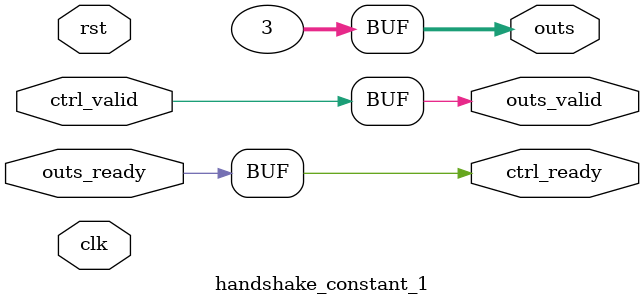
<source format=v>
`timescale 1ns / 1ps
module handshake_constant_1 #(
  parameter DATA_WIDTH = 32  // Default set to 32 bits
) (
  input                       clk,
  input                       rst,
  // Input Channel
  input                       ctrl_valid,
  output                      ctrl_ready,
  // Output Channel
  output [DATA_WIDTH - 1 : 0] outs,
  output                      outs_valid,
  input                       outs_ready
);
  assign outs       = 3'b011;
  assign outs_valid = ctrl_valid;
  assign ctrl_ready = outs_ready;

endmodule

</source>
